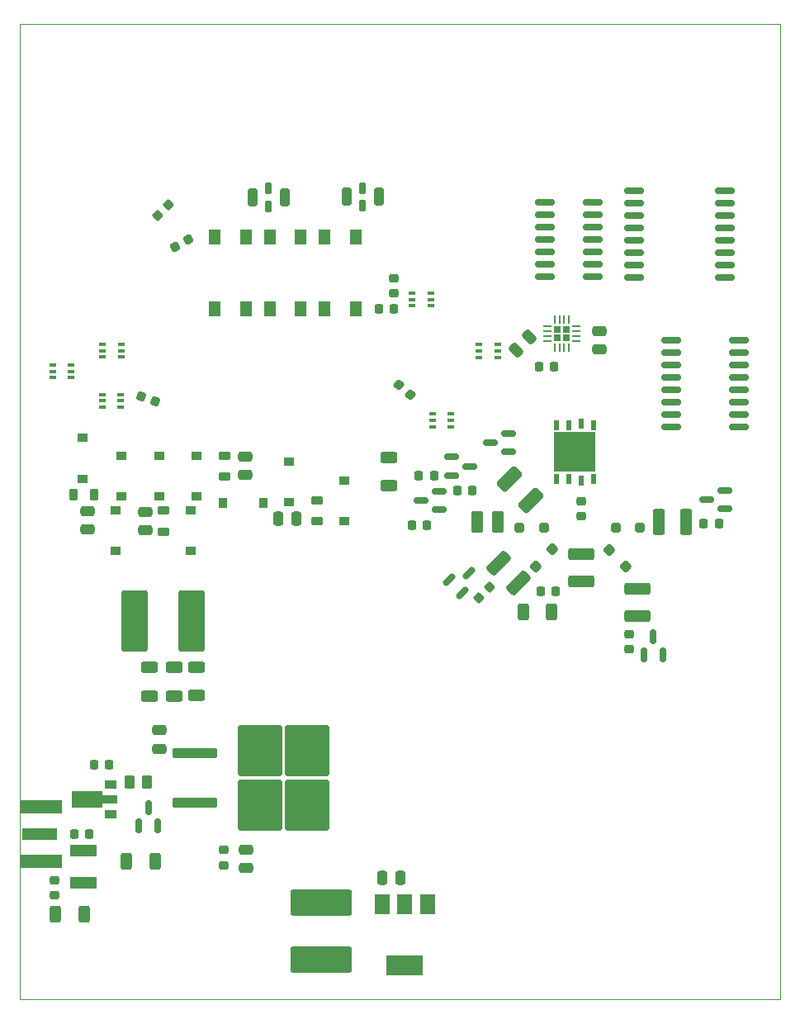
<source format=gtp>
G04 #@! TF.GenerationSoftware,KiCad,Pcbnew,(7.0.0-0)*
G04 #@! TF.CreationDate,2023-05-10T16:18:41+02:00*
G04 #@! TF.ProjectId,Filter-forest-v3,46696c74-6572-42d6-966f-726573742d76,rev?*
G04 #@! TF.SameCoordinates,Original*
G04 #@! TF.FileFunction,Paste,Top*
G04 #@! TF.FilePolarity,Positive*
%FSLAX46Y46*%
G04 Gerber Fmt 4.6, Leading zero omitted, Abs format (unit mm)*
G04 Created by KiCad (PCBNEW (7.0.0-0)) date 2023-05-10 16:18:41*
%MOMM*%
%LPD*%
G01*
G04 APERTURE LIST*
G04 Aperture macros list*
%AMRoundRect*
0 Rectangle with rounded corners*
0 $1 Rounding radius*
0 $2 $3 $4 $5 $6 $7 $8 $9 X,Y pos of 4 corners*
0 Add a 4 corners polygon primitive as box body*
4,1,4,$2,$3,$4,$5,$6,$7,$8,$9,$2,$3,0*
0 Add four circle primitives for the rounded corners*
1,1,$1+$1,$2,$3*
1,1,$1+$1,$4,$5*
1,1,$1+$1,$6,$7*
1,1,$1+$1,$8,$9*
0 Add four rect primitives between the rounded corners*
20,1,$1+$1,$2,$3,$4,$5,0*
20,1,$1+$1,$4,$5,$6,$7,0*
20,1,$1+$1,$6,$7,$8,$9,0*
20,1,$1+$1,$8,$9,$2,$3,0*%
%AMFreePoly0*
4,1,9,3.862500,-0.866500,0.737500,-0.866500,0.737500,-0.450000,-0.737500,-0.450000,-0.737500,0.450000,0.737500,0.450000,0.737500,0.866500,3.862500,0.866500,3.862500,-0.866500,3.862500,-0.866500,$1*%
G04 Aperture macros list end*
%ADD10RoundRect,0.250000X-0.475000X0.250000X-0.475000X-0.250000X0.475000X-0.250000X0.475000X0.250000X0*%
%ADD11R,0.650000X0.400000*%
%ADD12RoundRect,0.250000X0.625000X-0.312500X0.625000X0.312500X-0.625000X0.312500X-0.625000X-0.312500X0*%
%ADD13RoundRect,0.150000X-0.825000X-0.150000X0.825000X-0.150000X0.825000X0.150000X-0.825000X0.150000X0*%
%ADD14RoundRect,0.249600X-0.270400X-0.650400X0.270400X-0.650400X0.270400X0.650400X-0.270400X0.650400X0*%
%ADD15RoundRect,0.152500X-0.152500X-0.470000X0.152500X-0.470000X0.152500X0.470000X-0.152500X0.470000X0*%
%ADD16RoundRect,0.250000X-0.625000X0.312500X-0.625000X-0.312500X0.625000X-0.312500X0.625000X0.312500X0*%
%ADD17RoundRect,0.150000X0.587500X0.150000X-0.587500X0.150000X-0.587500X-0.150000X0.587500X-0.150000X0*%
%ADD18RoundRect,0.150000X-0.309359X-0.521491X0.521491X0.309359X0.309359X0.521491X-0.521491X-0.309359X0*%
%ADD19RoundRect,0.225000X0.225000X0.250000X-0.225000X0.250000X-0.225000X-0.250000X0.225000X-0.250000X0*%
%ADD20R,2.700000X1.150000*%
%ADD21RoundRect,0.225000X0.250000X-0.225000X0.250000X0.225000X-0.250000X0.225000X-0.250000X-0.225000X0*%
%ADD22RoundRect,0.218750X-0.381250X0.218750X-0.381250X-0.218750X0.381250X-0.218750X0.381250X0.218750X0*%
%ADD23RoundRect,0.225000X-0.225000X-0.250000X0.225000X-0.250000X0.225000X0.250000X-0.225000X0.250000X0*%
%ADD24RoundRect,0.250000X-0.262500X-0.450000X0.262500X-0.450000X0.262500X0.450000X-0.262500X0.450000X0*%
%ADD25R,1.000000X0.850000*%
%ADD26RoundRect,0.250000X0.250000X0.475000X-0.250000X0.475000X-0.250000X-0.475000X0.250000X-0.475000X0*%
%ADD27R,0.850000X1.000000*%
%ADD28RoundRect,0.250000X0.250000X0.250000X-0.250000X0.250000X-0.250000X-0.250000X0.250000X-0.250000X0*%
%ADD29RoundRect,0.225000X-0.250000X0.225000X-0.250000X-0.225000X0.250000X-0.225000X0.250000X0.225000X0*%
%ADD30RoundRect,0.250000X0.312500X0.625000X-0.312500X0.625000X-0.312500X-0.625000X0.312500X-0.625000X0*%
%ADD31RoundRect,0.250000X0.159099X-0.512652X0.512652X-0.159099X-0.159099X0.512652X-0.512652X0.159099X0*%
%ADD32RoundRect,0.250000X0.475000X-0.250000X0.475000X0.250000X-0.475000X0.250000X-0.475000X-0.250000X0*%
%ADD33RoundRect,0.250000X-2.050000X-0.300000X2.050000X-0.300000X2.050000X0.300000X-2.050000X0.300000X0*%
%ADD34RoundRect,0.250000X-2.025000X-2.375000X2.025000X-2.375000X2.025000X2.375000X-2.025000X2.375000X0*%
%ADD35RoundRect,0.250000X-0.250000X-0.475000X0.250000X-0.475000X0.250000X0.475000X-0.250000X0.475000X0*%
%ADD36RoundRect,0.225000X-0.296936X-0.157969X0.125926X-0.311878X0.296936X0.157969X-0.125926X0.311878X0*%
%ADD37RoundRect,0.250000X-0.375000X-0.850000X0.375000X-0.850000X0.375000X0.850000X-0.375000X0.850000X0*%
%ADD38RoundRect,0.250000X2.900000X-1.087500X2.900000X1.087500X-2.900000X1.087500X-2.900000X-1.087500X0*%
%ADD39RoundRect,0.250000X1.087500X2.900000X-1.087500X2.900000X-1.087500X-2.900000X1.087500X-2.900000X0*%
%ADD40RoundRect,0.250000X0.000000X-0.353553X0.353553X0.000000X0.000000X0.353553X-0.353553X0.000000X0*%
%ADD41RoundRect,0.225000X0.017678X-0.335876X0.335876X-0.017678X-0.017678X0.335876X-0.335876X0.017678X0*%
%ADD42R,0.510000X1.020000*%
%ADD43RoundRect,0.001000X-2.100000X2.010000X-2.100000X-2.010000X2.100000X-2.010000X2.100000X2.010000X0*%
%ADD44RoundRect,0.218750X0.218750X0.381250X-0.218750X0.381250X-0.218750X-0.381250X0.218750X-0.381250X0*%
%ADD45RoundRect,0.250000X-1.025305X-0.494975X-0.494975X-1.025305X1.025305X0.494975X0.494975X1.025305X0*%
%ADD46RoundRect,0.150000X-0.587500X-0.150000X0.587500X-0.150000X0.587500X0.150000X-0.587500X0.150000X0*%
%ADD47RoundRect,0.218750X0.381250X-0.218750X0.381250X0.218750X-0.381250X0.218750X-0.381250X-0.218750X0*%
%ADD48R,3.600000X1.270000*%
%ADD49R,4.200000X1.350000*%
%ADD50RoundRect,0.250000X-1.069499X-0.486136X-0.486136X-1.069499X1.069499X0.486136X0.486136X1.069499X0*%
%ADD51RoundRect,0.250000X-1.075000X0.375000X-1.075000X-0.375000X1.075000X-0.375000X1.075000X0.375000X0*%
%ADD52RoundRect,0.225000X-0.069856X-0.329006X0.319856X-0.104006X0.069856X0.329006X-0.319856X0.104006X0*%
%ADD53R,1.200000X1.600000*%
%ADD54RoundRect,0.250000X-0.250000X-0.250000X0.250000X-0.250000X0.250000X0.250000X-0.250000X0.250000X0*%
%ADD55RoundRect,0.150000X0.150000X-0.587500X0.150000X0.587500X-0.150000X0.587500X-0.150000X-0.587500X0*%
%ADD56RoundRect,0.250000X0.353553X0.000000X0.000000X0.353553X-0.353553X0.000000X0.000000X-0.353553X0*%
%ADD57RoundRect,0.250000X0.375000X1.075000X-0.375000X1.075000X-0.375000X-1.075000X0.375000X-1.075000X0*%
%ADD58RoundRect,0.150000X-0.875000X-0.150000X0.875000X-0.150000X0.875000X0.150000X-0.875000X0.150000X0*%
%ADD59RoundRect,0.150000X-0.837500X-0.150000X0.837500X-0.150000X0.837500X0.150000X-0.837500X0.150000X0*%
%ADD60RoundRect,0.225000X-0.333057X-0.046884X0.011663X-0.336138X0.333057X0.046884X-0.011663X0.336138X0*%
%ADD61R,1.300000X0.900000*%
%ADD62FreePoly0,180.000000*%
%ADD63RoundRect,0.250000X1.075000X-0.375000X1.075000X0.375000X-1.075000X0.375000X-1.075000X-0.375000X0*%
%ADD64RoundRect,0.185000X-0.185000X-0.185000X0.185000X-0.185000X0.185000X0.185000X-0.185000X0.185000X0*%
%ADD65RoundRect,0.062500X-0.337500X-0.062500X0.337500X-0.062500X0.337500X0.062500X-0.337500X0.062500X0*%
%ADD66RoundRect,0.062500X-0.062500X-0.337500X0.062500X-0.337500X0.062500X0.337500X-0.062500X0.337500X0*%
%ADD67R,1.500000X2.000000*%
%ADD68R,3.800000X2.000000*%
G04 #@! TA.AperFunction,Profile*
%ADD69C,0.100000*%
G04 #@! TD*
G04 APERTURE END LIST*
D10*
X101000000Y-80000000D03*
X101000000Y-81900000D03*
X95130000Y-79920000D03*
X95130000Y-81820000D03*
D11*
X98565999Y-64117999D03*
X98565999Y-63467999D03*
X98565999Y-62817999D03*
X96665999Y-62817999D03*
X96665999Y-63467999D03*
X96665999Y-64117999D03*
D12*
X126040000Y-77322500D03*
X126040000Y-74397500D03*
D13*
X141975000Y-48280000D03*
X141975000Y-49550000D03*
X141975000Y-50820000D03*
X141975000Y-52090000D03*
X141975000Y-53360000D03*
X141975000Y-54630000D03*
X141975000Y-55900000D03*
X146925000Y-55900000D03*
X146925000Y-54630000D03*
X146925000Y-53360000D03*
X146925000Y-52090000D03*
X146925000Y-50820000D03*
X146925000Y-49550000D03*
X146925000Y-48280000D03*
D14*
X112066000Y-47752000D03*
D15*
X113691000Y-48679500D03*
D14*
X115316000Y-47752000D03*
D15*
X113691000Y-46824500D03*
D16*
X106300000Y-95887500D03*
X106300000Y-98812500D03*
D17*
X160477500Y-79680000D03*
X160477500Y-77780000D03*
X158602500Y-78730000D03*
D18*
X132225336Y-86921161D03*
X133568839Y-88264664D03*
X134222913Y-86267087D03*
D19*
X130652500Y-76290000D03*
X129102500Y-76290000D03*
D16*
X103990000Y-95927500D03*
X103990000Y-98852500D03*
D20*
X94699999Y-114744999D03*
X94699999Y-118044999D03*
D21*
X91700000Y-119330000D03*
X91700000Y-117780000D03*
D22*
X102900000Y-79867500D03*
X102900000Y-81992500D03*
D23*
X141435000Y-65100000D03*
X142985000Y-65100000D03*
D24*
X99417500Y-107696000D03*
X101242500Y-107696000D03*
D25*
X94579999Y-76574999D03*
X94579999Y-72424999D03*
D26*
X116560000Y-80700000D03*
X114660000Y-80700000D03*
D25*
X102459999Y-74254999D03*
X102459999Y-78404999D03*
D11*
X128389999Y-57569999D03*
X128389999Y-58219999D03*
X128389999Y-58869999D03*
X130289999Y-58869999D03*
X130289999Y-58219999D03*
X130289999Y-57569999D03*
D21*
X109100000Y-116205000D03*
X109100000Y-114655000D03*
D10*
X147640000Y-61440000D03*
X147640000Y-63340000D03*
D27*
X113124999Y-79059999D03*
X108974999Y-79059999D03*
D23*
X93735000Y-113035000D03*
X95285000Y-113035000D03*
D28*
X151780000Y-81620000D03*
X149280000Y-81620000D03*
D16*
X101500000Y-95927500D03*
X101500000Y-98852500D03*
D29*
X145750000Y-78895000D03*
X145750000Y-80445000D03*
D17*
X138297500Y-73860000D03*
X138297500Y-71960000D03*
X136422500Y-72910000D03*
D30*
X94762500Y-121265000D03*
X91837500Y-121265000D03*
D23*
X124955000Y-59182000D03*
X126505000Y-59182000D03*
D31*
X139078249Y-63381751D03*
X140421751Y-62038249D03*
D32*
X111290000Y-76220000D03*
X111290000Y-74320000D03*
D33*
X106085000Y-104725000D03*
D34*
X112810000Y-104490000D03*
X112810000Y-110040000D03*
X117660000Y-104490000D03*
X117660000Y-110040000D03*
D33*
X106085000Y-109805000D03*
D25*
X121459999Y-76744999D03*
X121459999Y-80894999D03*
D35*
X125320000Y-117520000D03*
X127220000Y-117520000D03*
D17*
X131147500Y-79760000D03*
X131147500Y-77860000D03*
X129272500Y-78810000D03*
D36*
X100601738Y-68164934D03*
X102058262Y-68695066D03*
D37*
X135032500Y-81000000D03*
X137182500Y-81000000D03*
D14*
X121716000Y-47702000D03*
D15*
X123341000Y-48629500D03*
D14*
X124966000Y-47702000D03*
D15*
X123341000Y-46774500D03*
D21*
X150610000Y-94047500D03*
X150610000Y-92497500D03*
D11*
X93445999Y-66227999D03*
X93445999Y-65577999D03*
X93445999Y-64927999D03*
X91545999Y-64927999D03*
X91545999Y-65577999D03*
X91545999Y-66227999D03*
D25*
X106279999Y-74264999D03*
X106279999Y-78414999D03*
D30*
X142732500Y-90240000D03*
X139807500Y-90240000D03*
D11*
X135259999Y-62849999D03*
X135259999Y-63499999D03*
X135259999Y-64149999D03*
X137159999Y-64149999D03*
X137159999Y-63499999D03*
X137159999Y-62849999D03*
D38*
X119110000Y-125917500D03*
X119110000Y-120042500D03*
D39*
X105782500Y-91140000D03*
X99907500Y-91140000D03*
D40*
X141046117Y-85588883D03*
X142813883Y-83821117D03*
D41*
X135251992Y-88838008D03*
X136348008Y-87741992D03*
D42*
X146992499Y-71104999D03*
X144452499Y-71104999D03*
X143182499Y-71104999D03*
D43*
X145087500Y-73860000D03*
D42*
X146992499Y-76614999D03*
X144452499Y-76614999D03*
X143182499Y-76614999D03*
X145727499Y-70979999D03*
X145727499Y-76759999D03*
D44*
X95762500Y-78210000D03*
X93637500Y-78210000D03*
D45*
X137300051Y-85290051D03*
X139279949Y-87269949D03*
D19*
X159855000Y-81220000D03*
X158305000Y-81220000D03*
D11*
X130489999Y-69949999D03*
X130489999Y-70599999D03*
X130489999Y-71249999D03*
X132389999Y-71249999D03*
X132389999Y-70599999D03*
X132389999Y-69949999D03*
D46*
X132410000Y-74370000D03*
X132410000Y-76270000D03*
X134285000Y-75320000D03*
D23*
X128355000Y-81320000D03*
X129905000Y-81320000D03*
D47*
X109140000Y-76332500D03*
X109140000Y-74207500D03*
D29*
X126480000Y-56015000D03*
X126480000Y-57565000D03*
D11*
X98505999Y-69237999D03*
X98505999Y-68587999D03*
X98505999Y-67937999D03*
X96605999Y-67937999D03*
X96605999Y-68587999D03*
X96605999Y-69237999D03*
D25*
X98599999Y-78374999D03*
X98599999Y-74224999D03*
D48*
X90159999Y-113029999D03*
D49*
X90359999Y-110204999D03*
X90359999Y-115854999D03*
D50*
X138345146Y-76595146D03*
X140554854Y-78804854D03*
D51*
X145710000Y-84317500D03*
X145710000Y-87117500D03*
D52*
X104067660Y-52845000D03*
X105410000Y-52070000D03*
D53*
X108141999Y-51781999D03*
X108141999Y-51781999D03*
X108141999Y-59181999D03*
X108141999Y-59181999D03*
X122641999Y-59181999D03*
X122641999Y-51781999D03*
X111341999Y-51781999D03*
X111341999Y-59181999D03*
X113791999Y-51781999D03*
X113791999Y-59181999D03*
X116991999Y-51781999D03*
X116991999Y-59181999D03*
X119441999Y-51781999D03*
X119441999Y-59181999D03*
D54*
X139390000Y-81605000D03*
X141890000Y-81605000D03*
D32*
X111400000Y-116530000D03*
X111400000Y-114630000D03*
D10*
X102470000Y-102380000D03*
X102470000Y-104280000D03*
D55*
X152190000Y-94682500D03*
X154090000Y-94682500D03*
X153140000Y-92807500D03*
D56*
X150343883Y-85623883D03*
X148576117Y-83856117D03*
D19*
X97295000Y-105918000D03*
X95745000Y-105918000D03*
D57*
X156500000Y-81050000D03*
X153700000Y-81050000D03*
D58*
X151140000Y-47100000D03*
X151140000Y-48370000D03*
X151140000Y-49640000D03*
X151140000Y-50910000D03*
X151140000Y-52180000D03*
X151140000Y-53450000D03*
X151140000Y-54720000D03*
X151140000Y-55990000D03*
X160440000Y-55990000D03*
X160440000Y-54720000D03*
X160440000Y-53450000D03*
X160440000Y-52180000D03*
X160440000Y-50910000D03*
X160440000Y-49640000D03*
X160440000Y-48370000D03*
X160440000Y-47100000D03*
D59*
X154980000Y-62380000D03*
X154980000Y-63650000D03*
X154980000Y-64920000D03*
X154980000Y-66190000D03*
X154980000Y-67460000D03*
X154980000Y-68730000D03*
X154980000Y-70000000D03*
X154980000Y-71270000D03*
X161905000Y-71270000D03*
X161905000Y-70000000D03*
X161905000Y-68730000D03*
X161905000Y-67460000D03*
X161905000Y-66190000D03*
X161905000Y-64920000D03*
X161905000Y-63650000D03*
X161905000Y-62380000D03*
D47*
X118620000Y-80912500D03*
X118620000Y-78787500D03*
D25*
X105659999Y-79854999D03*
X105659999Y-84004999D03*
D30*
X102046500Y-115824000D03*
X99121500Y-115824000D03*
D60*
X126986316Y-66951840D03*
X128173684Y-67948160D03*
D61*
X97453999Y-110973999D03*
D62*
X97366500Y-109474000D03*
D61*
X97453999Y-107973999D03*
D63*
X151520000Y-90702500D03*
X151520000Y-87902500D03*
D25*
X97999999Y-79869999D03*
X97999999Y-84019999D03*
X115749999Y-79014999D03*
X115749999Y-74864999D03*
D55*
X100396000Y-112189500D03*
X102296000Y-112189500D03*
X101346000Y-110314500D03*
D64*
X143325000Y-61265000D03*
X143325000Y-62115000D03*
X144175000Y-61265000D03*
X144175000Y-62115000D03*
D65*
X142300000Y-60940000D03*
X142300000Y-61440000D03*
X142300000Y-61940000D03*
X142300000Y-62440000D03*
D66*
X143000000Y-63140000D03*
X143500000Y-63140000D03*
X144000000Y-63140000D03*
X144500000Y-63140000D03*
D65*
X145200000Y-62440000D03*
X145200000Y-61940000D03*
X145200000Y-61440000D03*
X145200000Y-60940000D03*
D66*
X144500000Y-60240000D03*
X144000000Y-60240000D03*
X143500000Y-60240000D03*
X143000000Y-60240000D03*
D23*
X141585000Y-88090000D03*
X143135000Y-88090000D03*
D41*
X102321992Y-49570008D03*
X103418008Y-48473992D03*
D23*
X133022500Y-77820000D03*
X134572500Y-77820000D03*
D67*
X129949999Y-120189999D03*
X127649999Y-120189999D03*
D68*
X127649999Y-126489999D03*
D67*
X125349999Y-120189999D03*
D69*
X88138000Y-30004383D02*
X166158804Y-30004383D01*
X166158804Y-30004383D02*
X166158804Y-129944383D01*
X166158804Y-129944383D02*
X88138000Y-129944383D01*
X88138000Y-129944383D02*
X88138000Y-30004383D01*
M02*

</source>
